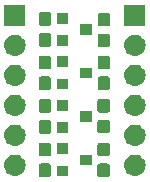
<source format=gbr>
G04 #@! TF.GenerationSoftware,KiCad,Pcbnew,(5.1.4)-1*
G04 #@! TF.CreationDate,2019-10-08T20:24:19-04:00*
G04 #@! TF.ProjectId,logic level shifter (bidirectional),6c6f6769-6320-46c6-9576-656c20736869,rev?*
G04 #@! TF.SameCoordinates,Original*
G04 #@! TF.FileFunction,Soldermask,Top*
G04 #@! TF.FilePolarity,Negative*
%FSLAX46Y46*%
G04 Gerber Fmt 4.6, Leading zero omitted, Abs format (unit mm)*
G04 Created by KiCad (PCBNEW (5.1.4)-1) date 2019-10-08 20:24:19*
%MOMM*%
%LPD*%
G04 APERTURE LIST*
%ADD10C,0.100000*%
G04 APERTURE END LIST*
D10*
G36*
X116975899Y-84504445D02*
G01*
X117013395Y-84515820D01*
X117047954Y-84534292D01*
X117078247Y-84559153D01*
X117103108Y-84589446D01*
X117121580Y-84624005D01*
X117132955Y-84661501D01*
X117137400Y-84706638D01*
X117137400Y-85445362D01*
X117132955Y-85490499D01*
X117121580Y-85527995D01*
X117103108Y-85562554D01*
X117078247Y-85592847D01*
X117047954Y-85617708D01*
X117013395Y-85636180D01*
X116975899Y-85647555D01*
X116930762Y-85652000D01*
X116292038Y-85652000D01*
X116246901Y-85647555D01*
X116209405Y-85636180D01*
X116174846Y-85617708D01*
X116144553Y-85592847D01*
X116119692Y-85562554D01*
X116101220Y-85527995D01*
X116089845Y-85490499D01*
X116085400Y-85445362D01*
X116085400Y-84706638D01*
X116089845Y-84661501D01*
X116101220Y-84624005D01*
X116119692Y-84589446D01*
X116144553Y-84559153D01*
X116174846Y-84534292D01*
X116209405Y-84515820D01*
X116246901Y-84504445D01*
X116292038Y-84500000D01*
X116930762Y-84500000D01*
X116975899Y-84504445D01*
X116975899Y-84504445D01*
G37*
G36*
X111997499Y-84504445D02*
G01*
X112034995Y-84515820D01*
X112069554Y-84534292D01*
X112099847Y-84559153D01*
X112124708Y-84589446D01*
X112143180Y-84624005D01*
X112154555Y-84661501D01*
X112159000Y-84706638D01*
X112159000Y-85445362D01*
X112154555Y-85490499D01*
X112143180Y-85527995D01*
X112124708Y-85562554D01*
X112099847Y-85592847D01*
X112069554Y-85617708D01*
X112034995Y-85636180D01*
X111997499Y-85647555D01*
X111952362Y-85652000D01*
X111313638Y-85652000D01*
X111268501Y-85647555D01*
X111231005Y-85636180D01*
X111196446Y-85617708D01*
X111166153Y-85592847D01*
X111141292Y-85562554D01*
X111122820Y-85527995D01*
X111111445Y-85490499D01*
X111107000Y-85445362D01*
X111107000Y-84706638D01*
X111111445Y-84661501D01*
X111122820Y-84624005D01*
X111141292Y-84589446D01*
X111166153Y-84559153D01*
X111196446Y-84534292D01*
X111231005Y-84515820D01*
X111268501Y-84504445D01*
X111313638Y-84500000D01*
X111952362Y-84500000D01*
X111997499Y-84504445D01*
X111997499Y-84504445D01*
G37*
G36*
X113623200Y-85602000D02*
G01*
X112621200Y-85602000D01*
X112621200Y-84700000D01*
X113623200Y-84700000D01*
X113623200Y-85602000D01*
X113623200Y-85602000D01*
G37*
G36*
X119363442Y-83763718D02*
G01*
X119429627Y-83770237D01*
X119599466Y-83821757D01*
X119755991Y-83905422D01*
X119791729Y-83934752D01*
X119893186Y-84018014D01*
X119976448Y-84119471D01*
X120005778Y-84155209D01*
X120089443Y-84311734D01*
X120140963Y-84481573D01*
X120158359Y-84658200D01*
X120140963Y-84834827D01*
X120089443Y-85004666D01*
X120005778Y-85161191D01*
X119976448Y-85196929D01*
X119893186Y-85298386D01*
X119791729Y-85381648D01*
X119755991Y-85410978D01*
X119599466Y-85494643D01*
X119429627Y-85546163D01*
X119363443Y-85552681D01*
X119297260Y-85559200D01*
X119208740Y-85559200D01*
X119142557Y-85552681D01*
X119076373Y-85546163D01*
X118906534Y-85494643D01*
X118750009Y-85410978D01*
X118714271Y-85381648D01*
X118612814Y-85298386D01*
X118529552Y-85196929D01*
X118500222Y-85161191D01*
X118416557Y-85004666D01*
X118365037Y-84834827D01*
X118347641Y-84658200D01*
X118365037Y-84481573D01*
X118416557Y-84311734D01*
X118500222Y-84155209D01*
X118529552Y-84119471D01*
X118612814Y-84018014D01*
X118714271Y-83934752D01*
X118750009Y-83905422D01*
X118906534Y-83821757D01*
X119076373Y-83770237D01*
X119142558Y-83763718D01*
X119208740Y-83757200D01*
X119297260Y-83757200D01*
X119363442Y-83763718D01*
X119363442Y-83763718D01*
G37*
G36*
X109203442Y-83763718D02*
G01*
X109269627Y-83770237D01*
X109439466Y-83821757D01*
X109595991Y-83905422D01*
X109631729Y-83934752D01*
X109733186Y-84018014D01*
X109816448Y-84119471D01*
X109845778Y-84155209D01*
X109929443Y-84311734D01*
X109980963Y-84481573D01*
X109998359Y-84658200D01*
X109980963Y-84834827D01*
X109929443Y-85004666D01*
X109845778Y-85161191D01*
X109816448Y-85196929D01*
X109733186Y-85298386D01*
X109631729Y-85381648D01*
X109595991Y-85410978D01*
X109439466Y-85494643D01*
X109269627Y-85546163D01*
X109203443Y-85552681D01*
X109137260Y-85559200D01*
X109048740Y-85559200D01*
X108982557Y-85552681D01*
X108916373Y-85546163D01*
X108746534Y-85494643D01*
X108590009Y-85410978D01*
X108554271Y-85381648D01*
X108452814Y-85298386D01*
X108369552Y-85196929D01*
X108340222Y-85161191D01*
X108256557Y-85004666D01*
X108205037Y-84834827D01*
X108187641Y-84658200D01*
X108205037Y-84481573D01*
X108256557Y-84311734D01*
X108340222Y-84155209D01*
X108369552Y-84119471D01*
X108452814Y-84018014D01*
X108554271Y-83934752D01*
X108590009Y-83905422D01*
X108746534Y-83821757D01*
X108916373Y-83770237D01*
X108982558Y-83763718D01*
X109048740Y-83757200D01*
X109137260Y-83757200D01*
X109203442Y-83763718D01*
X109203442Y-83763718D01*
G37*
G36*
X115623200Y-84652000D02*
G01*
X114621200Y-84652000D01*
X114621200Y-83750000D01*
X115623200Y-83750000D01*
X115623200Y-84652000D01*
X115623200Y-84652000D01*
G37*
G36*
X116975899Y-82754445D02*
G01*
X117013395Y-82765820D01*
X117047954Y-82784292D01*
X117078247Y-82809153D01*
X117103108Y-82839446D01*
X117121580Y-82874005D01*
X117132955Y-82911501D01*
X117137400Y-82956638D01*
X117137400Y-83695362D01*
X117132955Y-83740499D01*
X117121580Y-83777995D01*
X117103108Y-83812554D01*
X117078247Y-83842847D01*
X117047954Y-83867708D01*
X117013395Y-83886180D01*
X116975899Y-83897555D01*
X116930762Y-83902000D01*
X116292038Y-83902000D01*
X116246901Y-83897555D01*
X116209405Y-83886180D01*
X116174846Y-83867708D01*
X116144553Y-83842847D01*
X116119692Y-83812554D01*
X116101220Y-83777995D01*
X116089845Y-83740499D01*
X116085400Y-83695362D01*
X116085400Y-82956638D01*
X116089845Y-82911501D01*
X116101220Y-82874005D01*
X116119692Y-82839446D01*
X116144553Y-82809153D01*
X116174846Y-82784292D01*
X116209405Y-82765820D01*
X116246901Y-82754445D01*
X116292038Y-82750000D01*
X116930762Y-82750000D01*
X116975899Y-82754445D01*
X116975899Y-82754445D01*
G37*
G36*
X111997499Y-82754445D02*
G01*
X112034995Y-82765820D01*
X112069554Y-82784292D01*
X112099847Y-82809153D01*
X112124708Y-82839446D01*
X112143180Y-82874005D01*
X112154555Y-82911501D01*
X112159000Y-82956638D01*
X112159000Y-83695362D01*
X112154555Y-83740499D01*
X112143180Y-83777995D01*
X112124708Y-83812554D01*
X112099847Y-83842847D01*
X112069554Y-83867708D01*
X112034995Y-83886180D01*
X111997499Y-83897555D01*
X111952362Y-83902000D01*
X111313638Y-83902000D01*
X111268501Y-83897555D01*
X111231005Y-83886180D01*
X111196446Y-83867708D01*
X111166153Y-83842847D01*
X111141292Y-83812554D01*
X111122820Y-83777995D01*
X111111445Y-83740499D01*
X111107000Y-83695362D01*
X111107000Y-82956638D01*
X111111445Y-82911501D01*
X111122820Y-82874005D01*
X111141292Y-82839446D01*
X111166153Y-82809153D01*
X111196446Y-82784292D01*
X111231005Y-82765820D01*
X111268501Y-82754445D01*
X111313638Y-82750000D01*
X111952362Y-82750000D01*
X111997499Y-82754445D01*
X111997499Y-82754445D01*
G37*
G36*
X113623200Y-83702000D02*
G01*
X112621200Y-83702000D01*
X112621200Y-82800000D01*
X113623200Y-82800000D01*
X113623200Y-83702000D01*
X113623200Y-83702000D01*
G37*
G36*
X119363442Y-81223718D02*
G01*
X119429627Y-81230237D01*
X119599466Y-81281757D01*
X119755991Y-81365422D01*
X119791729Y-81394752D01*
X119893186Y-81478014D01*
X119976448Y-81579471D01*
X120005778Y-81615209D01*
X120089443Y-81771734D01*
X120140963Y-81941573D01*
X120158359Y-82118200D01*
X120140963Y-82294827D01*
X120089443Y-82464666D01*
X120005778Y-82621191D01*
X119976448Y-82656929D01*
X119893186Y-82758386D01*
X119794413Y-82839446D01*
X119755991Y-82870978D01*
X119599466Y-82954643D01*
X119429627Y-83006163D01*
X119363442Y-83012682D01*
X119297260Y-83019200D01*
X119208740Y-83019200D01*
X119142558Y-83012682D01*
X119076373Y-83006163D01*
X118906534Y-82954643D01*
X118750009Y-82870978D01*
X118711587Y-82839446D01*
X118612814Y-82758386D01*
X118529552Y-82656929D01*
X118500222Y-82621191D01*
X118416557Y-82464666D01*
X118365037Y-82294827D01*
X118347641Y-82118200D01*
X118365037Y-81941573D01*
X118416557Y-81771734D01*
X118500222Y-81615209D01*
X118529552Y-81579471D01*
X118612814Y-81478014D01*
X118714271Y-81394752D01*
X118750009Y-81365422D01*
X118906534Y-81281757D01*
X119076373Y-81230237D01*
X119142558Y-81223718D01*
X119208740Y-81217200D01*
X119297260Y-81217200D01*
X119363442Y-81223718D01*
X119363442Y-81223718D01*
G37*
G36*
X109203442Y-81223718D02*
G01*
X109269627Y-81230237D01*
X109439466Y-81281757D01*
X109595991Y-81365422D01*
X109631729Y-81394752D01*
X109733186Y-81478014D01*
X109816448Y-81579471D01*
X109845778Y-81615209D01*
X109929443Y-81771734D01*
X109980963Y-81941573D01*
X109998359Y-82118200D01*
X109980963Y-82294827D01*
X109929443Y-82464666D01*
X109845778Y-82621191D01*
X109816448Y-82656929D01*
X109733186Y-82758386D01*
X109634413Y-82839446D01*
X109595991Y-82870978D01*
X109439466Y-82954643D01*
X109269627Y-83006163D01*
X109203442Y-83012682D01*
X109137260Y-83019200D01*
X109048740Y-83019200D01*
X108982558Y-83012682D01*
X108916373Y-83006163D01*
X108746534Y-82954643D01*
X108590009Y-82870978D01*
X108551587Y-82839446D01*
X108452814Y-82758386D01*
X108369552Y-82656929D01*
X108340222Y-82621191D01*
X108256557Y-82464666D01*
X108205037Y-82294827D01*
X108187641Y-82118200D01*
X108205037Y-81941573D01*
X108256557Y-81771734D01*
X108340222Y-81615209D01*
X108369552Y-81579471D01*
X108452814Y-81478014D01*
X108554271Y-81394752D01*
X108590009Y-81365422D01*
X108746534Y-81281757D01*
X108916373Y-81230237D01*
X108982558Y-81223718D01*
X109048740Y-81217200D01*
X109137260Y-81217200D01*
X109203442Y-81223718D01*
X109203442Y-81223718D01*
G37*
G36*
X111997499Y-80821445D02*
G01*
X112034995Y-80832820D01*
X112069554Y-80851292D01*
X112099847Y-80876153D01*
X112124708Y-80906446D01*
X112143180Y-80941005D01*
X112154555Y-80978501D01*
X112159000Y-81023638D01*
X112159000Y-81762362D01*
X112154555Y-81807499D01*
X112143180Y-81844995D01*
X112124708Y-81879554D01*
X112099847Y-81909847D01*
X112069554Y-81934708D01*
X112034995Y-81953180D01*
X111997499Y-81964555D01*
X111952362Y-81969000D01*
X111313638Y-81969000D01*
X111268501Y-81964555D01*
X111231005Y-81953180D01*
X111196446Y-81934708D01*
X111166153Y-81909847D01*
X111141292Y-81879554D01*
X111122820Y-81844995D01*
X111111445Y-81807499D01*
X111107000Y-81762362D01*
X111107000Y-81023638D01*
X111111445Y-80978501D01*
X111122820Y-80941005D01*
X111141292Y-80906446D01*
X111166153Y-80876153D01*
X111196446Y-80851292D01*
X111231005Y-80832820D01*
X111268501Y-80821445D01*
X111313638Y-80817000D01*
X111952362Y-80817000D01*
X111997499Y-80821445D01*
X111997499Y-80821445D01*
G37*
G36*
X116975899Y-80796045D02*
G01*
X117013395Y-80807420D01*
X117047954Y-80825892D01*
X117078247Y-80850753D01*
X117103108Y-80881046D01*
X117121580Y-80915605D01*
X117132955Y-80953101D01*
X117137400Y-80998238D01*
X117137400Y-81736962D01*
X117132955Y-81782099D01*
X117121580Y-81819595D01*
X117103108Y-81854154D01*
X117078247Y-81884447D01*
X117047954Y-81909308D01*
X117013395Y-81927780D01*
X116975899Y-81939155D01*
X116930762Y-81943600D01*
X116292038Y-81943600D01*
X116246901Y-81939155D01*
X116209405Y-81927780D01*
X116174846Y-81909308D01*
X116144553Y-81884447D01*
X116119692Y-81854154D01*
X116101220Y-81819595D01*
X116089845Y-81782099D01*
X116085400Y-81736962D01*
X116085400Y-80998238D01*
X116089845Y-80953101D01*
X116101220Y-80915605D01*
X116119692Y-80881046D01*
X116144553Y-80850753D01*
X116174846Y-80825892D01*
X116209405Y-80807420D01*
X116246901Y-80796045D01*
X116292038Y-80791600D01*
X116930762Y-80791600D01*
X116975899Y-80796045D01*
X116975899Y-80796045D01*
G37*
G36*
X113623200Y-81919000D02*
G01*
X112621200Y-81919000D01*
X112621200Y-81017000D01*
X113623200Y-81017000D01*
X113623200Y-81919000D01*
X113623200Y-81919000D01*
G37*
G36*
X115623200Y-80969000D02*
G01*
X114621200Y-80969000D01*
X114621200Y-80067000D01*
X115623200Y-80067000D01*
X115623200Y-80969000D01*
X115623200Y-80969000D01*
G37*
G36*
X109203442Y-78683718D02*
G01*
X109269627Y-78690237D01*
X109439466Y-78741757D01*
X109595991Y-78825422D01*
X109631729Y-78854752D01*
X109733186Y-78938014D01*
X109816448Y-79039471D01*
X109845778Y-79075209D01*
X109929443Y-79231734D01*
X109980963Y-79401573D01*
X109998359Y-79578200D01*
X109980963Y-79754827D01*
X109929443Y-79924666D01*
X109929442Y-79924668D01*
X109898846Y-79981909D01*
X109845778Y-80081191D01*
X109816744Y-80116569D01*
X109733186Y-80218386D01*
X109631729Y-80301648D01*
X109595991Y-80330978D01*
X109439466Y-80414643D01*
X109269627Y-80466163D01*
X109203442Y-80472682D01*
X109137260Y-80479200D01*
X109048740Y-80479200D01*
X108982558Y-80472682D01*
X108916373Y-80466163D01*
X108746534Y-80414643D01*
X108590009Y-80330978D01*
X108554271Y-80301648D01*
X108452814Y-80218386D01*
X108369256Y-80116569D01*
X108340222Y-80081191D01*
X108287154Y-79981909D01*
X108256558Y-79924668D01*
X108256557Y-79924666D01*
X108205037Y-79754827D01*
X108187641Y-79578200D01*
X108205037Y-79401573D01*
X108256557Y-79231734D01*
X108340222Y-79075209D01*
X108369552Y-79039471D01*
X108452814Y-78938014D01*
X108554271Y-78854752D01*
X108590009Y-78825422D01*
X108746534Y-78741757D01*
X108916373Y-78690237D01*
X108982558Y-78683718D01*
X109048740Y-78677200D01*
X109137260Y-78677200D01*
X109203442Y-78683718D01*
X109203442Y-78683718D01*
G37*
G36*
X119363442Y-78683718D02*
G01*
X119429627Y-78690237D01*
X119599466Y-78741757D01*
X119755991Y-78825422D01*
X119791729Y-78854752D01*
X119893186Y-78938014D01*
X119976448Y-79039471D01*
X120005778Y-79075209D01*
X120089443Y-79231734D01*
X120140963Y-79401573D01*
X120158359Y-79578200D01*
X120140963Y-79754827D01*
X120089443Y-79924666D01*
X120089442Y-79924668D01*
X120058846Y-79981909D01*
X120005778Y-80081191D01*
X119976744Y-80116569D01*
X119893186Y-80218386D01*
X119791729Y-80301648D01*
X119755991Y-80330978D01*
X119599466Y-80414643D01*
X119429627Y-80466163D01*
X119363442Y-80472682D01*
X119297260Y-80479200D01*
X119208740Y-80479200D01*
X119142558Y-80472682D01*
X119076373Y-80466163D01*
X118906534Y-80414643D01*
X118750009Y-80330978D01*
X118714271Y-80301648D01*
X118612814Y-80218386D01*
X118529256Y-80116569D01*
X118500222Y-80081191D01*
X118447154Y-79981909D01*
X118416558Y-79924668D01*
X118416557Y-79924666D01*
X118365037Y-79754827D01*
X118347641Y-79578200D01*
X118365037Y-79401573D01*
X118416557Y-79231734D01*
X118500222Y-79075209D01*
X118529552Y-79039471D01*
X118612814Y-78938014D01*
X118714271Y-78854752D01*
X118750009Y-78825422D01*
X118906534Y-78741757D01*
X119076373Y-78690237D01*
X119142558Y-78683718D01*
X119208740Y-78677200D01*
X119297260Y-78677200D01*
X119363442Y-78683718D01*
X119363442Y-78683718D01*
G37*
G36*
X111997499Y-79071445D02*
G01*
X112034995Y-79082820D01*
X112069554Y-79101292D01*
X112099847Y-79126153D01*
X112124708Y-79156446D01*
X112143180Y-79191005D01*
X112154555Y-79228501D01*
X112159000Y-79273638D01*
X112159000Y-80012362D01*
X112154555Y-80057499D01*
X112143180Y-80094995D01*
X112124708Y-80129554D01*
X112099847Y-80159847D01*
X112069554Y-80184708D01*
X112034995Y-80203180D01*
X111997499Y-80214555D01*
X111952362Y-80219000D01*
X111313638Y-80219000D01*
X111268501Y-80214555D01*
X111231005Y-80203180D01*
X111196446Y-80184708D01*
X111166153Y-80159847D01*
X111141292Y-80129554D01*
X111122820Y-80094995D01*
X111111445Y-80057499D01*
X111107000Y-80012362D01*
X111107000Y-79273638D01*
X111111445Y-79228501D01*
X111122820Y-79191005D01*
X111141292Y-79156446D01*
X111166153Y-79126153D01*
X111196446Y-79101292D01*
X111231005Y-79082820D01*
X111268501Y-79071445D01*
X111313638Y-79067000D01*
X111952362Y-79067000D01*
X111997499Y-79071445D01*
X111997499Y-79071445D01*
G37*
G36*
X116975899Y-79046045D02*
G01*
X117013395Y-79057420D01*
X117047954Y-79075892D01*
X117078247Y-79100753D01*
X117103108Y-79131046D01*
X117121580Y-79165605D01*
X117132955Y-79203101D01*
X117137400Y-79248238D01*
X117137400Y-79986962D01*
X117132955Y-80032099D01*
X117121580Y-80069595D01*
X117103108Y-80104154D01*
X117078247Y-80134447D01*
X117047954Y-80159308D01*
X117013395Y-80177780D01*
X116975899Y-80189155D01*
X116930762Y-80193600D01*
X116292038Y-80193600D01*
X116246901Y-80189155D01*
X116209405Y-80177780D01*
X116174846Y-80159308D01*
X116144553Y-80134447D01*
X116119692Y-80104154D01*
X116101220Y-80069595D01*
X116089845Y-80032099D01*
X116085400Y-79986962D01*
X116085400Y-79248238D01*
X116089845Y-79203101D01*
X116101220Y-79165605D01*
X116119692Y-79131046D01*
X116144553Y-79100753D01*
X116174846Y-79075892D01*
X116209405Y-79057420D01*
X116246901Y-79046045D01*
X116292038Y-79041600D01*
X116930762Y-79041600D01*
X116975899Y-79046045D01*
X116975899Y-79046045D01*
G37*
G36*
X113623200Y-80019000D02*
G01*
X112621200Y-80019000D01*
X112621200Y-79117000D01*
X113623200Y-79117000D01*
X113623200Y-80019000D01*
X113623200Y-80019000D01*
G37*
G36*
X117001299Y-77138445D02*
G01*
X117038795Y-77149820D01*
X117073354Y-77168292D01*
X117103647Y-77193153D01*
X117128508Y-77223446D01*
X117146980Y-77258005D01*
X117158355Y-77295501D01*
X117162800Y-77340638D01*
X117162800Y-78079362D01*
X117158355Y-78124499D01*
X117146980Y-78161995D01*
X117128508Y-78196554D01*
X117103647Y-78226847D01*
X117073354Y-78251708D01*
X117038795Y-78270180D01*
X117001299Y-78281555D01*
X116956162Y-78286000D01*
X116317438Y-78286000D01*
X116272301Y-78281555D01*
X116234805Y-78270180D01*
X116200246Y-78251708D01*
X116169953Y-78226847D01*
X116145092Y-78196554D01*
X116126620Y-78161995D01*
X116115245Y-78124499D01*
X116110800Y-78079362D01*
X116110800Y-77340638D01*
X116115245Y-77295501D01*
X116126620Y-77258005D01*
X116145092Y-77223446D01*
X116169953Y-77193153D01*
X116200246Y-77168292D01*
X116234805Y-77149820D01*
X116272301Y-77138445D01*
X116317438Y-77134000D01*
X116956162Y-77134000D01*
X117001299Y-77138445D01*
X117001299Y-77138445D01*
G37*
G36*
X111997499Y-77138445D02*
G01*
X112034995Y-77149820D01*
X112069554Y-77168292D01*
X112099847Y-77193153D01*
X112124708Y-77223446D01*
X112143180Y-77258005D01*
X112154555Y-77295501D01*
X112159000Y-77340638D01*
X112159000Y-78079362D01*
X112154555Y-78124499D01*
X112143180Y-78161995D01*
X112124708Y-78196554D01*
X112099847Y-78226847D01*
X112069554Y-78251708D01*
X112034995Y-78270180D01*
X111997499Y-78281555D01*
X111952362Y-78286000D01*
X111313638Y-78286000D01*
X111268501Y-78281555D01*
X111231005Y-78270180D01*
X111196446Y-78251708D01*
X111166153Y-78226847D01*
X111141292Y-78196554D01*
X111122820Y-78161995D01*
X111111445Y-78124499D01*
X111107000Y-78079362D01*
X111107000Y-77340638D01*
X111111445Y-77295501D01*
X111122820Y-77258005D01*
X111141292Y-77223446D01*
X111166153Y-77193153D01*
X111196446Y-77168292D01*
X111231005Y-77149820D01*
X111268501Y-77138445D01*
X111313638Y-77134000D01*
X111952362Y-77134000D01*
X111997499Y-77138445D01*
X111997499Y-77138445D01*
G37*
G36*
X113623200Y-78236000D02*
G01*
X112621200Y-78236000D01*
X112621200Y-77334000D01*
X113623200Y-77334000D01*
X113623200Y-78236000D01*
X113623200Y-78236000D01*
G37*
G36*
X109203443Y-76143719D02*
G01*
X109269627Y-76150237D01*
X109439466Y-76201757D01*
X109595991Y-76285422D01*
X109631729Y-76314752D01*
X109733186Y-76398014D01*
X109810052Y-76491677D01*
X109845778Y-76535209D01*
X109929443Y-76691734D01*
X109980963Y-76861573D01*
X109998359Y-77038200D01*
X109980963Y-77214827D01*
X109929443Y-77384666D01*
X109845778Y-77541191D01*
X109816448Y-77576929D01*
X109733186Y-77678386D01*
X109631729Y-77761648D01*
X109595991Y-77790978D01*
X109439466Y-77874643D01*
X109269627Y-77926163D01*
X109203443Y-77932681D01*
X109137260Y-77939200D01*
X109048740Y-77939200D01*
X108982557Y-77932681D01*
X108916373Y-77926163D01*
X108746534Y-77874643D01*
X108590009Y-77790978D01*
X108554271Y-77761648D01*
X108452814Y-77678386D01*
X108369552Y-77576929D01*
X108340222Y-77541191D01*
X108256557Y-77384666D01*
X108205037Y-77214827D01*
X108187641Y-77038200D01*
X108205037Y-76861573D01*
X108256557Y-76691734D01*
X108340222Y-76535209D01*
X108375948Y-76491677D01*
X108452814Y-76398014D01*
X108554271Y-76314752D01*
X108590009Y-76285422D01*
X108746534Y-76201757D01*
X108916373Y-76150237D01*
X108982557Y-76143719D01*
X109048740Y-76137200D01*
X109137260Y-76137200D01*
X109203443Y-76143719D01*
X109203443Y-76143719D01*
G37*
G36*
X119363443Y-76143719D02*
G01*
X119429627Y-76150237D01*
X119599466Y-76201757D01*
X119755991Y-76285422D01*
X119791729Y-76314752D01*
X119893186Y-76398014D01*
X119970052Y-76491677D01*
X120005778Y-76535209D01*
X120089443Y-76691734D01*
X120140963Y-76861573D01*
X120158359Y-77038200D01*
X120140963Y-77214827D01*
X120089443Y-77384666D01*
X120005778Y-77541191D01*
X119976448Y-77576929D01*
X119893186Y-77678386D01*
X119791729Y-77761648D01*
X119755991Y-77790978D01*
X119599466Y-77874643D01*
X119429627Y-77926163D01*
X119363443Y-77932681D01*
X119297260Y-77939200D01*
X119208740Y-77939200D01*
X119142557Y-77932681D01*
X119076373Y-77926163D01*
X118906534Y-77874643D01*
X118750009Y-77790978D01*
X118714271Y-77761648D01*
X118612814Y-77678386D01*
X118529552Y-77576929D01*
X118500222Y-77541191D01*
X118416557Y-77384666D01*
X118365037Y-77214827D01*
X118347641Y-77038200D01*
X118365037Y-76861573D01*
X118416557Y-76691734D01*
X118500222Y-76535209D01*
X118535948Y-76491677D01*
X118612814Y-76398014D01*
X118714271Y-76314752D01*
X118750009Y-76285422D01*
X118906534Y-76201757D01*
X119076373Y-76150237D01*
X119142557Y-76143719D01*
X119208740Y-76137200D01*
X119297260Y-76137200D01*
X119363443Y-76143719D01*
X119363443Y-76143719D01*
G37*
G36*
X115623200Y-77286000D02*
G01*
X114621200Y-77286000D01*
X114621200Y-76384000D01*
X115623200Y-76384000D01*
X115623200Y-77286000D01*
X115623200Y-77286000D01*
G37*
G36*
X111997499Y-75388445D02*
G01*
X112034995Y-75399820D01*
X112069554Y-75418292D01*
X112099847Y-75443153D01*
X112124708Y-75473446D01*
X112143180Y-75508005D01*
X112154555Y-75545501D01*
X112159000Y-75590638D01*
X112159000Y-76329362D01*
X112154555Y-76374499D01*
X112143180Y-76411995D01*
X112124708Y-76446554D01*
X112099847Y-76476847D01*
X112069554Y-76501708D01*
X112034995Y-76520180D01*
X111997499Y-76531555D01*
X111952362Y-76536000D01*
X111313638Y-76536000D01*
X111268501Y-76531555D01*
X111231005Y-76520180D01*
X111196446Y-76501708D01*
X111166153Y-76476847D01*
X111141292Y-76446554D01*
X111122820Y-76411995D01*
X111111445Y-76374499D01*
X111107000Y-76329362D01*
X111107000Y-75590638D01*
X111111445Y-75545501D01*
X111122820Y-75508005D01*
X111141292Y-75473446D01*
X111166153Y-75443153D01*
X111196446Y-75418292D01*
X111231005Y-75399820D01*
X111268501Y-75388445D01*
X111313638Y-75384000D01*
X111952362Y-75384000D01*
X111997499Y-75388445D01*
X111997499Y-75388445D01*
G37*
G36*
X117001299Y-75388445D02*
G01*
X117038795Y-75399820D01*
X117073354Y-75418292D01*
X117103647Y-75443153D01*
X117128508Y-75473446D01*
X117146980Y-75508005D01*
X117158355Y-75545501D01*
X117162800Y-75590638D01*
X117162800Y-76329362D01*
X117158355Y-76374499D01*
X117146980Y-76411995D01*
X117128508Y-76446554D01*
X117103647Y-76476847D01*
X117073354Y-76501708D01*
X117038795Y-76520180D01*
X117001299Y-76531555D01*
X116956162Y-76536000D01*
X116317438Y-76536000D01*
X116272301Y-76531555D01*
X116234805Y-76520180D01*
X116200246Y-76501708D01*
X116169953Y-76476847D01*
X116145092Y-76446554D01*
X116126620Y-76411995D01*
X116115245Y-76374499D01*
X116110800Y-76329362D01*
X116110800Y-75590638D01*
X116115245Y-75545501D01*
X116126620Y-75508005D01*
X116145092Y-75473446D01*
X116169953Y-75443153D01*
X116200246Y-75418292D01*
X116234805Y-75399820D01*
X116272301Y-75388445D01*
X116317438Y-75384000D01*
X116956162Y-75384000D01*
X117001299Y-75388445D01*
X117001299Y-75388445D01*
G37*
G36*
X113623200Y-76336000D02*
G01*
X112621200Y-76336000D01*
X112621200Y-75434000D01*
X113623200Y-75434000D01*
X113623200Y-76336000D01*
X113623200Y-76336000D01*
G37*
G36*
X119363443Y-73603719D02*
G01*
X119429627Y-73610237D01*
X119599466Y-73661757D01*
X119599468Y-73661758D01*
X119677729Y-73703590D01*
X119755991Y-73745422D01*
X119779603Y-73764800D01*
X119893186Y-73858014D01*
X119976448Y-73959471D01*
X120005778Y-73995209D01*
X120089443Y-74151734D01*
X120140963Y-74321573D01*
X120158359Y-74498200D01*
X120140963Y-74674827D01*
X120089443Y-74844666D01*
X120005778Y-75001191D01*
X119976448Y-75036929D01*
X119893186Y-75138386D01*
X119791729Y-75221648D01*
X119755991Y-75250978D01*
X119599466Y-75334643D01*
X119429627Y-75386163D01*
X119363443Y-75392681D01*
X119297260Y-75399200D01*
X119208740Y-75399200D01*
X119142557Y-75392681D01*
X119076373Y-75386163D01*
X118906534Y-75334643D01*
X118750009Y-75250978D01*
X118714271Y-75221648D01*
X118612814Y-75138386D01*
X118529552Y-75036929D01*
X118500222Y-75001191D01*
X118416557Y-74844666D01*
X118365037Y-74674827D01*
X118347641Y-74498200D01*
X118365037Y-74321573D01*
X118416557Y-74151734D01*
X118500222Y-73995209D01*
X118529552Y-73959471D01*
X118612814Y-73858014D01*
X118726397Y-73764800D01*
X118750009Y-73745422D01*
X118828271Y-73703590D01*
X118906532Y-73661758D01*
X118906534Y-73661757D01*
X119076373Y-73610237D01*
X119142557Y-73603719D01*
X119208740Y-73597200D01*
X119297260Y-73597200D01*
X119363443Y-73603719D01*
X119363443Y-73603719D01*
G37*
G36*
X109203443Y-73603719D02*
G01*
X109269627Y-73610237D01*
X109439466Y-73661757D01*
X109439468Y-73661758D01*
X109517729Y-73703590D01*
X109595991Y-73745422D01*
X109619603Y-73764800D01*
X109733186Y-73858014D01*
X109816448Y-73959471D01*
X109845778Y-73995209D01*
X109929443Y-74151734D01*
X109980963Y-74321573D01*
X109998359Y-74498200D01*
X109980963Y-74674827D01*
X109929443Y-74844666D01*
X109845778Y-75001191D01*
X109816448Y-75036929D01*
X109733186Y-75138386D01*
X109631729Y-75221648D01*
X109595991Y-75250978D01*
X109439466Y-75334643D01*
X109269627Y-75386163D01*
X109203443Y-75392681D01*
X109137260Y-75399200D01*
X109048740Y-75399200D01*
X108982557Y-75392681D01*
X108916373Y-75386163D01*
X108746534Y-75334643D01*
X108590009Y-75250978D01*
X108554271Y-75221648D01*
X108452814Y-75138386D01*
X108369552Y-75036929D01*
X108340222Y-75001191D01*
X108256557Y-74844666D01*
X108205037Y-74674827D01*
X108187641Y-74498200D01*
X108205037Y-74321573D01*
X108256557Y-74151734D01*
X108340222Y-73995209D01*
X108369552Y-73959471D01*
X108452814Y-73858014D01*
X108566397Y-73764800D01*
X108590009Y-73745422D01*
X108668271Y-73703590D01*
X108746532Y-73661758D01*
X108746534Y-73661757D01*
X108916373Y-73610237D01*
X108982557Y-73603719D01*
X109048740Y-73597200D01*
X109137260Y-73597200D01*
X109203443Y-73603719D01*
X109203443Y-73603719D01*
G37*
G36*
X117001299Y-73506245D02*
G01*
X117038795Y-73517620D01*
X117073354Y-73536092D01*
X117103647Y-73560953D01*
X117128508Y-73591246D01*
X117146980Y-73625805D01*
X117158355Y-73663301D01*
X117162800Y-73708438D01*
X117162800Y-74447162D01*
X117158355Y-74492299D01*
X117146980Y-74529795D01*
X117128508Y-74564354D01*
X117103647Y-74594647D01*
X117073354Y-74619508D01*
X117038795Y-74637980D01*
X117001299Y-74649355D01*
X116956162Y-74653800D01*
X116317438Y-74653800D01*
X116272301Y-74649355D01*
X116234805Y-74637980D01*
X116200246Y-74619508D01*
X116169953Y-74594647D01*
X116145092Y-74564354D01*
X116126620Y-74529795D01*
X116115245Y-74492299D01*
X116110800Y-74447162D01*
X116110800Y-73708438D01*
X116115245Y-73663301D01*
X116126620Y-73625805D01*
X116145092Y-73591246D01*
X116169953Y-73560953D01*
X116200246Y-73536092D01*
X116234805Y-73517620D01*
X116272301Y-73506245D01*
X116317438Y-73501800D01*
X116956162Y-73501800D01*
X117001299Y-73506245D01*
X117001299Y-73506245D01*
G37*
G36*
X111997499Y-73455445D02*
G01*
X112034995Y-73466820D01*
X112069554Y-73485292D01*
X112099847Y-73510153D01*
X112124708Y-73540446D01*
X112143180Y-73575005D01*
X112154555Y-73612501D01*
X112159000Y-73657638D01*
X112159000Y-74396362D01*
X112154555Y-74441499D01*
X112143180Y-74478995D01*
X112124708Y-74513554D01*
X112099847Y-74543847D01*
X112069554Y-74568708D01*
X112034995Y-74587180D01*
X111997499Y-74598555D01*
X111952362Y-74603000D01*
X111313638Y-74603000D01*
X111268501Y-74598555D01*
X111231005Y-74587180D01*
X111196446Y-74568708D01*
X111166153Y-74543847D01*
X111141292Y-74513554D01*
X111122820Y-74478995D01*
X111111445Y-74441499D01*
X111107000Y-74396362D01*
X111107000Y-73657638D01*
X111111445Y-73612501D01*
X111122820Y-73575005D01*
X111141292Y-73540446D01*
X111166153Y-73510153D01*
X111196446Y-73485292D01*
X111231005Y-73466820D01*
X111268501Y-73455445D01*
X111313638Y-73451000D01*
X111952362Y-73451000D01*
X111997499Y-73455445D01*
X111997499Y-73455445D01*
G37*
G36*
X113623200Y-74553000D02*
G01*
X112621200Y-74553000D01*
X112621200Y-73651000D01*
X113623200Y-73651000D01*
X113623200Y-74553000D01*
X113623200Y-74553000D01*
G37*
G36*
X115623200Y-73603000D02*
G01*
X114621200Y-73603000D01*
X114621200Y-72701000D01*
X115623200Y-72701000D01*
X115623200Y-73603000D01*
X115623200Y-73603000D01*
G37*
G36*
X117001299Y-71756245D02*
G01*
X117038795Y-71767620D01*
X117073354Y-71786092D01*
X117103647Y-71810953D01*
X117128508Y-71841246D01*
X117146980Y-71875805D01*
X117158355Y-71913301D01*
X117162800Y-71958438D01*
X117162800Y-72697162D01*
X117158355Y-72742299D01*
X117146980Y-72779795D01*
X117128508Y-72814354D01*
X117103647Y-72844647D01*
X117073354Y-72869508D01*
X117038795Y-72887980D01*
X117001299Y-72899355D01*
X116956162Y-72903800D01*
X116317438Y-72903800D01*
X116272301Y-72899355D01*
X116234805Y-72887980D01*
X116200246Y-72869508D01*
X116169953Y-72844647D01*
X116145092Y-72814354D01*
X116126620Y-72779795D01*
X116115245Y-72742299D01*
X116110800Y-72697162D01*
X116110800Y-71958438D01*
X116115245Y-71913301D01*
X116126620Y-71875805D01*
X116145092Y-71841246D01*
X116169953Y-71810953D01*
X116200246Y-71786092D01*
X116234805Y-71767620D01*
X116272301Y-71756245D01*
X116317438Y-71751800D01*
X116956162Y-71751800D01*
X117001299Y-71756245D01*
X117001299Y-71756245D01*
G37*
G36*
X120154000Y-72859200D02*
G01*
X118352000Y-72859200D01*
X118352000Y-71057200D01*
X120154000Y-71057200D01*
X120154000Y-72859200D01*
X120154000Y-72859200D01*
G37*
G36*
X109994000Y-72859200D02*
G01*
X108192000Y-72859200D01*
X108192000Y-71057200D01*
X109994000Y-71057200D01*
X109994000Y-72859200D01*
X109994000Y-72859200D01*
G37*
G36*
X111997499Y-71705445D02*
G01*
X112034995Y-71716820D01*
X112069554Y-71735292D01*
X112099847Y-71760153D01*
X112124708Y-71790446D01*
X112143180Y-71825005D01*
X112154555Y-71862501D01*
X112159000Y-71907638D01*
X112159000Y-72646362D01*
X112154555Y-72691499D01*
X112143180Y-72728995D01*
X112124708Y-72763554D01*
X112099847Y-72793847D01*
X112069554Y-72818708D01*
X112034995Y-72837180D01*
X111997499Y-72848555D01*
X111952362Y-72853000D01*
X111313638Y-72853000D01*
X111268501Y-72848555D01*
X111231005Y-72837180D01*
X111196446Y-72818708D01*
X111166153Y-72793847D01*
X111141292Y-72763554D01*
X111122820Y-72728995D01*
X111111445Y-72691499D01*
X111107000Y-72646362D01*
X111107000Y-71907638D01*
X111111445Y-71862501D01*
X111122820Y-71825005D01*
X111141292Y-71790446D01*
X111166153Y-71760153D01*
X111196446Y-71735292D01*
X111231005Y-71716820D01*
X111268501Y-71705445D01*
X111313638Y-71701000D01*
X111952362Y-71701000D01*
X111997499Y-71705445D01*
X111997499Y-71705445D01*
G37*
G36*
X113623200Y-72653000D02*
G01*
X112621200Y-72653000D01*
X112621200Y-71751000D01*
X113623200Y-71751000D01*
X113623200Y-72653000D01*
X113623200Y-72653000D01*
G37*
M02*

</source>
